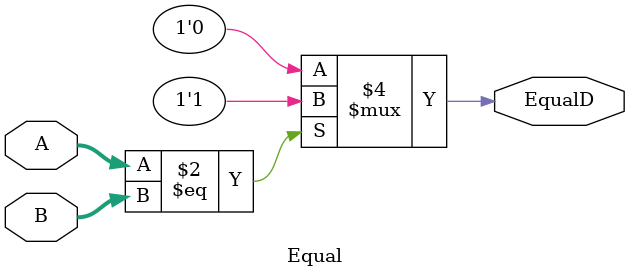
<source format=v>
module Equal (
input [31:0] A,B,
output reg EqualD
);
always @(*) begin
if(A==B) EqualD<=1'b1;
else EqualD<=1'b0;
end
endmodule
</source>
